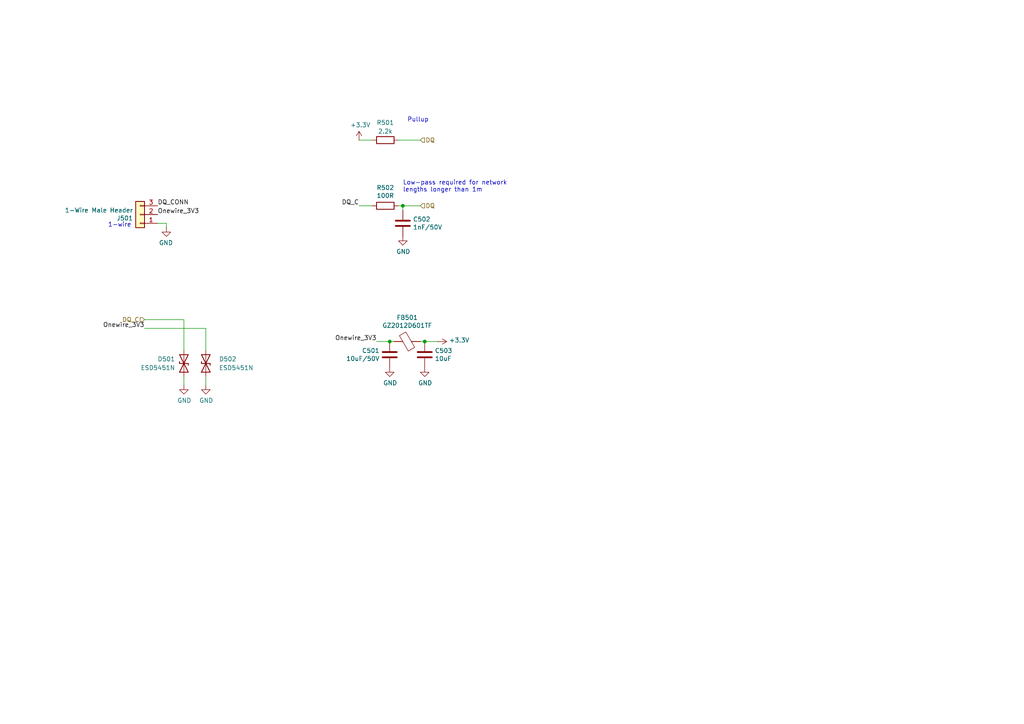
<source format=kicad_sch>
(kicad_sch (version 20231120) (generator "eeschema") (generator_version "8.0")
  (paper "A4")
  (title_block (title "Hat Labs Marine Engine & Tank interface (HALMET)") (date "2024-01-18") (rev "1.0.1") (company "Hat Labs Ltd") (comment 1 "https://creativecommons.org/licenses/by-sa/4.0") (comment 2 "To view a copy of this license, visit ") (comment 3 "HALMET is licensed under CC BY-SA 4.0."))
  (lib_symbols
    (symbol "Connector_Generic:Conn_01x03" (pin_names (offset 1.016) hide)
      (property "Reference" "J" (at 0 5.08 0))
      (property "Value" "Conn_01x03" (at 0 -5.08 0))
      (symbol "Conn_01x03_1_1"
        (rectangle (start -1.27 -2.413) (end 0 -2.667) (stroke (width 0.1524)))
        (rectangle (start -1.27 0.127) (end 0 -0.127) (stroke (width 0.1524)))
        (rectangle (start -1.27 2.667) (end 0 2.413) (stroke (width 0.1524)))
        (rectangle (start -1.27 3.81) (end 1.27 -3.81) (stroke (width 0.254)) (fill (type background)))
        (pin passive line (at -5.08 2.54 0) (length 3.81) (name "Pin_1") (number "1"))
        (pin passive line (at -5.08 0 0) (length 3.81) (name "Pin_2") (number "2"))
        (pin passive line (at -5.08 -2.54 0) (length 3.81) (name "Pin_3") (number "3"))
      )
    )
    (symbol "Device:C" (pin_numbers hide) (pin_names (offset 0.254))
      (property "Reference" "C" (at 0.635 2.54 0))
      (property "Value" "C" (at 0.635 -2.54 0))
      (symbol "C_0_1"
        (polyline (pts (xy -2.032 -0.762) (xy 2.032 -0.762)) (stroke (width 0.508)))
        (polyline (pts (xy -2.032 0.762) (xy 2.032 0.762)) (stroke (width 0.508)))
      )
      (symbol "C_1_1"
        (pin passive line (at 0 3.81 270) (length 2.794) (name "~") (number "1"))
        (pin passive line (at 0 -3.81 90) (length 2.794) (name "~") (number "2"))
      )
    )
    (symbol "Device:D_TVS" (pin_numbers hide) (pin_names (offset 1.016) hide)
      (property "Reference" "D" (at 0 2.54 0))
      (property "Value" "D_TVS" (at 0 -2.54 0))
      (symbol "D_TVS_0_1"
        (polyline (pts (xy 1.27 0) (xy -1.27 0)))
        (polyline (pts (xy 0.508 1.27) (xy 0 1.27) (xy 0 -1.27) (xy -0.508 -1.27)) (stroke (width 0.254)))
        (polyline (pts (xy -2.54 1.27) (xy -2.54 -1.27) (xy 2.54 1.27) (xy 2.54 -1.27) (xy -2.54 1.27)) (stroke (width 0.254)))
      )
      (symbol "D_TVS_1_1"
        (pin passive line (at -3.81 0 0) (length 2.54) (name "A1") (number "1"))
        (pin passive line (at 3.81 0 180) (length 2.54) (name "A2") (number "2"))
      )
    )
    (symbol "Device:FerriteBead" (pin_numbers hide) (pin_names (offset 0))
      (property "Reference" "FB" (at -3.81 0.635 90))
      (property "Value" "FerriteBead" (at 3.81 0 90))
      (symbol "FerriteBead_0_1"
        (polyline (pts (xy 0 -1.27) (xy 0 -1.2192)))
        (polyline (pts (xy 0 1.27) (xy 0 1.2954)))
        (polyline (pts (xy -2.7686 0.4064) (xy -1.7018 2.2606) (xy 2.7686 -0.3048) (xy 1.6764 -2.159) (xy -2.7686 0.4064)))
      )
      (symbol "FerriteBead_1_1"
        (pin passive line (at 0 3.81 270) (length 2.54) (name "~") (number "1"))
        (pin passive line (at 0 -3.81 90) (length 2.54) (name "~") (number "2"))
      )
    )
    (symbol "Device:R" (pin_numbers hide) (pin_names (offset 0))
      (property "Reference" "R" (at 2.032 0 90))
      (property "Value" "R" (at 0 0 90))
      (symbol "R_0_1"
        (rectangle (start -1.016 -2.54) (end 1.016 2.54) (stroke (width 0.254)))
      )
      (symbol "R_1_1"
        (pin passive line (at 0 3.81 270) (length 1.27) (name "~") (number "1"))
        (pin passive line (at 0 -3.81 90) (length 1.27) (name "~") (number "2"))
      )
    )
    (symbol "power:+3.3V" (power) (pin_numbers hide) (pin_names (offset 0) hide)
      (property "Value" "+3.3V" (at 0 3.556 0))
      (symbol "+3.3V_0_1"
        (polyline (pts (xy -0.762 1.27) (xy 0 2.54)))
        (polyline (pts (xy 0 0) (xy 0 2.54)))
        (polyline (pts (xy 0 2.54) (xy 0.762 1.27)))
      )
      (symbol "+3.3V_1_1"
        (pin power_in line (at 0 0 90) (length 0) (name "~") (number "1"))
      )
    )
    (symbol "power:GND" (power) (pin_numbers hide) (pin_names (offset 0) hide)
      (property "Value" "GND" (at 0 -3.81 0))
      (symbol "GND_0_1"
        (polyline (pts (xy 0 0) (xy 0 -1.27) (xy 1.27 -1.27) (xy 0 -2.54) (xy -1.27 -1.27) (xy 0 -1.27)))
      )
      (symbol "GND_1_1"
        (pin power_in line (at 0 0 270) (length 0) (name "~") (number "1"))
      )
    )
  )
  (junction (at 116.84 59.69))
  (junction (at 123.19 99.06))
  (junction (at 113.03 99.06))
  (wire (pts (xy 116.84 59.69) (xy 121.92 59.69)))
  (wire (pts (xy 48.26 64.77) (xy 48.26 66.04)))
  (wire (pts (xy 41.91 92.71) (xy 53.34 92.71)))
  (wire (pts (xy 116.84 59.69) (xy 116.84 60.96)))
  (wire (pts (xy 109.22 99.06) (xy 113.03 99.06)))
  (wire (pts (xy 41.91 95.25) (xy 59.69 95.25)))
  (wire (pts (xy 59.69 109.22) (xy 59.69 111.76)))
  (wire (pts (xy 113.03 99.06) (xy 114.3 99.06)))
  (wire (pts (xy 104.14 40.64) (xy 107.95 40.64)))
  (wire (pts (xy 121.92 99.06) (xy 123.19 99.06)))
  (wire (pts (xy 53.34 92.71) (xy 53.34 101.6)))
  (wire (pts (xy 107.95 59.69) (xy 104.14 59.69)))
  (wire (pts (xy 121.92 40.64) (xy 115.57 40.64)))
  (wire (pts (xy 59.69 95.25) (xy 59.69 101.6)))
  (wire (pts (xy 53.34 109.22) (xy 53.34 111.76)))
  (wire (pts (xy 115.57 59.69) (xy 116.84 59.69)))
  (wire (pts (xy 45.72 64.77) (xy 48.26 64.77)))
  (wire (pts (xy 123.19 99.06) (xy 127 99.06)))
  (text "1-wire" (at 38.1 66.04 0) (effects (font (size 1.27 1.27)) (justify right bottom)))
  (text "Low-pass required for network\nlengths longer than 1m" (at 116.84 55.88 0) (effects (font (size 1.27 1.27)) (justify left bottom)))
  (text "Pullup" (at 118.11 35.56 0) (effects (font (size 1.27 1.27)) (justify left bottom)))
  (label "Onewire_3V3" (at 45.72 62.23 0))
  (label "Onewire_3V3" (at 41.91 95.25 180))
  (label "Onewire_3V3" (at 109.22 99.06 180))
  (label "DQ_C" (at 104.14 59.69 180))
  (label "DQ_CONN" (at 45.72 59.69 0))
  (hierarchical_label "DQ" (shape input) (at 121.92 59.69 0))
  (hierarchical_label "DQ_C" (shape input) (at 41.91 92.71 180))
  (hierarchical_label "DQ" (shape input) (at 121.92 40.64 0))
  (symbol (lib_id "power:+3.3V") (at 104.14 40.64 0) (unit 1)
    (property "Reference" "#PWR0504" (effects (hide yes)))
    (property "Value" "+3.3V" (at 104.521 36.2458 0))
    (property "Description" "Power symbol creates a global label with name \"+3.3V\"" (effects (hide yes)))
  )
  (symbol (lib_id "Device:R") (at 111.76 40.64 270) (unit 1)
    (property "Reference" "R501" (at 111.76 35.56 90))
    (property "Value" "2.2k" (at 111.76 38.1 90))
    (property "Footprint" "PCM_Resistor_SMD_AKL:R_0402_1005Metric" (effects (hide yes)))
    (property "LCSC" "C25879" (effects (hide yes)))
  )
  (symbol (lib_id "Connector_Generic:Conn_01x03") (at 40.64 62.23 180) (unit 1)
    (property "Reference" "J501" (at 38.608 63.2968 0) (effects (justify left)))
    (property "Value" "1-Wire Male Header" (at 38.608 60.9854 0) (effects (justify left)))
    (property "Footprint" "Connector_PinHeader_2.54mm:PinHeader_1x03_P2.54mm_Vertical" (effects (hide yes)))
    (property "LCSC" "C49257" (effects (hide yes)))
    (property "JLCPCB_CORRECTION" "0;2.54;90" (effects (hide yes)))
  )
  (symbol (lib_id "power:+3.3V") (at 127 99.06 270) (mirror x) (unit 1)
    (property "Reference" "#PWR0508" (effects (hide yes)))
    (property "Value" "+3.3V" (at 130.2512 98.679 90) (effects (justify left)))
    (property "Description" "Power symbol creates a global label with name \"+3.3V\"" (effects (hide yes)))
  )
  (symbol (lib_id "Device:C") (at 113.03 102.87 0) (mirror y) (unit 1)
    (property "Reference" "C501" (at 110.109 101.7016 0) (effects (justify left)))
    (property "Value" "10uF/50V" (at 110.109 104.013 0) (effects (justify left)))
    (property "Footprint" "PCM_Capacitor_SMD_AKL:C_1206_3216Metric" (effects (hide yes)))
    (property "LCSC" "C13585" (effects (hide yes)))
  )
  (symbol (lib_id "power:GND") (at 113.03 106.68 0) (unit 1)
    (property "Reference" "#PWR0505" (effects (hide yes)))
    (property "Value" "GND" (at 113.157 111.0742 0))
    (property "Description" "Power symbol creates a global label with name \"GND\" , ground" (effects (hide yes)))
  )
  (symbol (lib_id "Device:C") (at 123.19 102.87 0) (unit 1)
    (property "Reference" "C503" (at 126.111 101.7016 0) (effects (justify left)))
    (property "Value" "10uF" (at 126.111 104.013 0) (effects (justify left)))
    (property "Footprint" "PCM_Capacitor_SMD_AKL:C_0603_1608Metric" (effects (hide yes)))
    (property "LCSC" "C19702" (effects (hide yes)))
  )
  (symbol (lib_id "Device:FerriteBead") (at 118.11 99.06 90) (mirror x) (unit 1)
    (property "Reference" "FB501" (at 118.11 92.1004 90))
    (property "Value" "GZ2012D601TF" (at 118.11 94.4118 90))
    (property "Footprint" "PCM_Ferrite_SMD_AKL:Ferrite_0805_2012Metric" (effects (hide yes)))
    (property "LCSC" "C1017" (effects (hide yes)))
  )
  (symbol (lib_id "Device:R") (at 111.76 59.69 270) (unit 1)
    (property "Reference" "R502" (at 111.76 54.4322 90))
    (property "Value" "100R" (at 111.76 56.7436 90))
    (property "Footprint" "PCM_Resistor_SMD_AKL:R_0805_2012Metric" (effects (hide yes)))
    (property "LCSC" "C17408" (effects (hide yes)))
  )
  (symbol (lib_id "Device:C") (at 116.84 64.77 0) (unit 1)
    (property "Reference" "C502" (at 119.761 63.6016 0) (effects (justify left)))
    (property "Value" "1nF/50V" (at 119.761 65.913 0) (effects (justify left)))
    (property "Footprint" "PCM_Capacitor_SMD_AKL:C_0603_1608Metric" (effects (hide yes)))
    (property "LCSC" "C1588" (effects (hide yes)))
  )
  (symbol (lib_id "power:GND") (at 116.84 68.58 0) (unit 1)
    (property "Reference" "#PWR0506" (effects (hide yes)))
    (property "Value" "GND" (at 116.967 72.9742 0))
    (property "Description" "Power symbol creates a global label with name \"GND\" , ground" (effects (hide yes)))
  )
  (symbol (lib_id "power:GND") (at 48.26 66.04 0) (mirror y) (unit 1)
    (property "Reference" "#PWR0501" (effects (hide yes)))
    (property "Value" "GND" (at 48.133 70.4342 0))
    (property "Description" "Power symbol creates a global label with name \"GND\" , ground" (effects (hide yes)))
  )
  (symbol (lib_id "power:GND") (at 123.19 106.68 0) (unit 1)
    (property "Reference" "#PWR0507" (effects (hide yes)))
    (property "Value" "GND" (at 123.317 111.0742 0))
    (property "Description" "Power symbol creates a global label with name \"GND\" , ground" (effects (hide yes)))
  )
  (symbol (lib_id "Device:D_TVS") (at 59.69 105.41 90) (unit 1)
    (property "Reference" "D502" (at 63.5 104.14 90) (effects (justify right)))
    (property "Value" "ESD5451N" (at 63.5 106.68 90) (effects (justify right)))
    (property "Footprint" "PCM_Diode_SMD_AKL:D_0402_1005Metric" (effects (hide yes)))
    (property "LCSC" "C2936977" (effects (hide yes)))
  )
  (symbol (lib_id "Device:D_TVS") (at 53.34 105.41 90) (unit 1)
    (property "Reference" "D501" (at 50.8 104.14 90) (effects (justify left)))
    (property "Value" "ESD5451N" (at 50.8 106.68 90) (effects (justify left)))
    (property "Footprint" "PCM_Diode_SMD_AKL:D_0402_1005Metric" (effects (hide yes)))
    (property "LCSC" "C2936977" (effects (hide yes)))
  )
  (symbol (lib_id "power:GND") (at 59.69 111.76 0) (unit 1)
    (property "Reference" "#PWR0503" (effects (hide yes)))
    (property "Value" "GND" (at 59.817 116.1542 0))
    (property "Description" "Power symbol creates a global label with name \"GND\" , ground" (effects (hide yes)))
  )
  (symbol (lib_id "power:GND") (at 53.34 111.76 0) (unit 1)
    (property "Reference" "#PWR0502" (effects (hide yes)))
    (property "Value" "GND" (at 53.467 116.1542 0))
    (property "Description" "Power symbol creates a global label with name \"GND\" , ground" (effects (hide yes)))
  )
)
</source>
